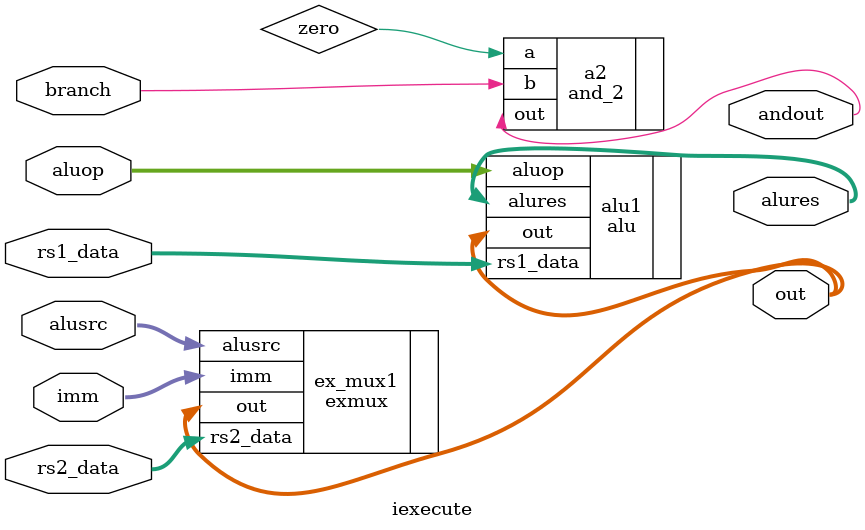
<source format=sv>
module iexecute(rs1_data,rs2_data,imm,branch,alures,out,alusrc,aluop,andout);
input bit branch;
input logic[31:0] rs1_data;
input logic [31:0] rs2_data;
input logic [31:0] imm;
input logic [31:0] alusrc;
input logic [3:0] aluop;
output logic[31:0] alures;
output logic[31:0] out;
output bit andout;
bit zero;

exmux ex_mux1(.rs2_data(rs2_data),.imm(imm),.alusrc(alusrc),.out(out));
alu alu1(.out(out),.rs1_data(rs1_data),.alures(alures),.aluop(aluop));
and_2 a2(.a(zero),.b(branch),.out(andout));
endmodule

</source>
